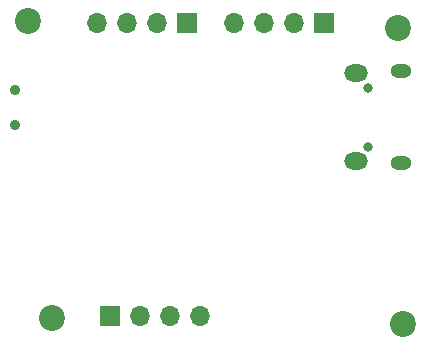
<source format=gbr>
%TF.GenerationSoftware,KiCad,Pcbnew,8.0.0*%
%TF.CreationDate,2024-03-18T00:14:30+05:30*%
%TF.ProjectId,STM,53544d2e-6b69-4636-9164-5f7063625858,rev?*%
%TF.SameCoordinates,Original*%
%TF.FileFunction,Soldermask,Bot*%
%TF.FilePolarity,Negative*%
%FSLAX46Y46*%
G04 Gerber Fmt 4.6, Leading zero omitted, Abs format (unit mm)*
G04 Created by KiCad (PCBNEW 8.0.0) date 2024-03-18 00:14:30*
%MOMM*%
%LPD*%
G01*
G04 APERTURE LIST*
%ADD10C,0.900000*%
%ADD11C,2.200000*%
%ADD12O,1.700000X1.700000*%
%ADD13R,1.700000X1.700000*%
%ADD14O,0.800000X0.800000*%
%ADD15O,1.800000X1.150000*%
%ADD16O,2.000000X1.450000*%
G04 APERTURE END LIST*
D10*
%TO.C,SW1*%
X19900000Y-25350000D03*
X19900000Y-28350000D03*
%TD*%
D11*
%TO.C,H4*%
X52250000Y-20162500D03*
%TD*%
%TO.C,H3*%
X21000000Y-19500000D03*
%TD*%
%TO.C,H2*%
X23000000Y-44662500D03*
%TD*%
%TO.C,H1*%
X52750000Y-45162500D03*
%TD*%
D12*
%TO.C,J2*%
X26780000Y-19687500D03*
X29320000Y-19687500D03*
X31860000Y-19687500D03*
D13*
X34400000Y-19687500D03*
%TD*%
%TO.C,J4*%
X27920000Y-44500000D03*
D12*
X30460000Y-44500000D03*
X33000000Y-44500000D03*
X35540000Y-44500000D03*
%TD*%
D13*
%TO.C,J3*%
X46050000Y-19687500D03*
D12*
X43510000Y-19687500D03*
X40970000Y-19687500D03*
X38430000Y-19687500D03*
%TD*%
D14*
%TO.C,J1*%
X49750000Y-30162500D03*
X49750000Y-25162500D03*
D15*
X52500000Y-31537500D03*
D16*
X48700000Y-31387500D03*
X48700000Y-23937500D03*
D15*
X52500000Y-23787500D03*
%TD*%
M02*

</source>
